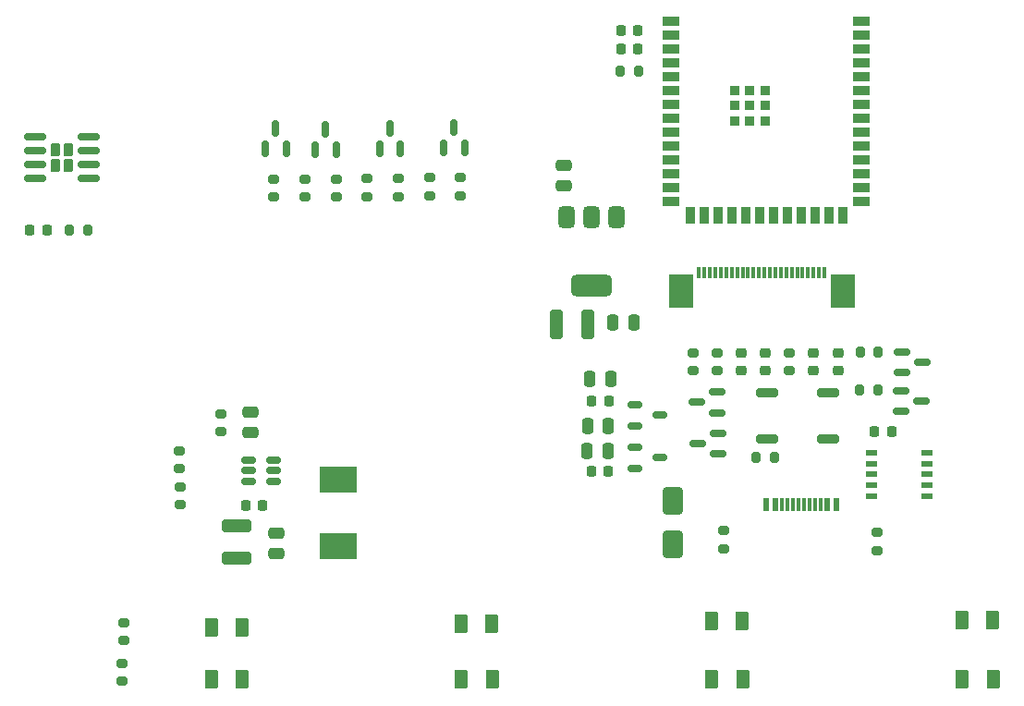
<source format=gbr>
%TF.GenerationSoftware,KiCad,Pcbnew,8.0.3*%
%TF.CreationDate,2025-03-22T09:10:22+07:00*%
%TF.ProjectId,ES32_SmartBox,45533332-5f53-46d6-9172-74426f782e6b,rev?*%
%TF.SameCoordinates,Original*%
%TF.FileFunction,Paste,Top*%
%TF.FilePolarity,Positive*%
%FSLAX46Y46*%
G04 Gerber Fmt 4.6, Leading zero omitted, Abs format (unit mm)*
G04 Created by KiCad (PCBNEW 8.0.3) date 2025-03-22 09:10:22*
%MOMM*%
%LPD*%
G01*
G04 APERTURE LIST*
G04 Aperture macros list*
%AMRoundRect*
0 Rectangle with rounded corners*
0 $1 Rounding radius*
0 $2 $3 $4 $5 $6 $7 $8 $9 X,Y pos of 4 corners*
0 Add a 4 corners polygon primitive as box body*
4,1,4,$2,$3,$4,$5,$6,$7,$8,$9,$2,$3,0*
0 Add four circle primitives for the rounded corners*
1,1,$1+$1,$2,$3*
1,1,$1+$1,$4,$5*
1,1,$1+$1,$6,$7*
1,1,$1+$1,$8,$9*
0 Add four rect primitives between the rounded corners*
20,1,$1+$1,$2,$3,$4,$5,0*
20,1,$1+$1,$4,$5,$6,$7,0*
20,1,$1+$1,$6,$7,$8,$9,0*
20,1,$1+$1,$8,$9,$2,$3,0*%
G04 Aperture macros list end*
%ADD10R,3.500000X2.350000*%
%ADD11R,0.600000X1.240000*%
%ADD12R,0.300000X1.240000*%
%ADD13RoundRect,0.200000X-0.275000X0.200000X-0.275000X-0.200000X0.275000X-0.200000X0.275000X0.200000X0*%
%ADD14RoundRect,0.225000X0.225000X0.250000X-0.225000X0.250000X-0.225000X-0.250000X0.225000X-0.250000X0*%
%ADD15RoundRect,0.225000X-0.225000X-0.250000X0.225000X-0.250000X0.225000X0.250000X-0.225000X0.250000X0*%
%ADD16RoundRect,0.150000X0.587500X0.150000X-0.587500X0.150000X-0.587500X-0.150000X0.587500X-0.150000X0*%
%ADD17RoundRect,0.200000X0.275000X-0.200000X0.275000X0.200000X-0.275000X0.200000X-0.275000X-0.200000X0*%
%ADD18RoundRect,0.225000X-0.250000X0.225000X-0.250000X-0.225000X0.250000X-0.225000X0.250000X0.225000X0*%
%ADD19RoundRect,0.150000X0.150000X-0.587500X0.150000X0.587500X-0.150000X0.587500X-0.150000X-0.587500X0*%
%ADD20RoundRect,0.150000X0.512500X0.150000X-0.512500X0.150000X-0.512500X-0.150000X0.512500X-0.150000X0*%
%ADD21RoundRect,0.250000X-1.100000X0.325000X-1.100000X-0.325000X1.100000X-0.325000X1.100000X0.325000X0*%
%ADD22RoundRect,0.150000X-0.512500X-0.150000X0.512500X-0.150000X0.512500X0.150000X-0.512500X0.150000X0*%
%ADD23RoundRect,0.225000X0.250000X-0.225000X0.250000X0.225000X-0.250000X0.225000X-0.250000X-0.225000X0*%
%ADD24RoundRect,0.250000X0.325000X1.100000X-0.325000X1.100000X-0.325000X-1.100000X0.325000X-1.100000X0*%
%ADD25RoundRect,0.200000X0.200000X0.275000X-0.200000X0.275000X-0.200000X-0.275000X0.200000X-0.275000X0*%
%ADD26RoundRect,0.250000X0.375000X0.625000X-0.375000X0.625000X-0.375000X-0.625000X0.375000X-0.625000X0*%
%ADD27RoundRect,0.150000X-0.587500X-0.150000X0.587500X-0.150000X0.587500X0.150000X-0.587500X0.150000X0*%
%ADD28R,0.300000X1.100000*%
%ADD29R,2.300000X3.100000*%
%ADD30RoundRect,0.250000X-0.250000X-0.475000X0.250000X-0.475000X0.250000X0.475000X-0.250000X0.475000X0*%
%ADD31RoundRect,0.250000X-0.475000X0.250000X-0.475000X-0.250000X0.475000X-0.250000X0.475000X0.250000X0*%
%ADD32RoundRect,0.250000X0.475000X-0.250000X0.475000X0.250000X-0.475000X0.250000X-0.475000X-0.250000X0*%
%ADD33RoundRect,0.200000X-0.800000X0.200000X-0.800000X-0.200000X0.800000X-0.200000X0.800000X0.200000X0*%
%ADD34RoundRect,0.375000X-0.375000X0.625000X-0.375000X-0.625000X0.375000X-0.625000X0.375000X0.625000X0*%
%ADD35RoundRect,0.500000X-1.400000X0.500000X-1.400000X-0.500000X1.400000X-0.500000X1.400000X0.500000X0*%
%ADD36R,0.900000X0.900000*%
%ADD37R,1.500000X0.900000*%
%ADD38R,0.900000X1.500000*%
%ADD39RoundRect,0.250000X0.250000X0.475000X-0.250000X0.475000X-0.250000X-0.475000X0.250000X-0.475000X0*%
%ADD40RoundRect,0.250000X-0.650000X1.000000X-0.650000X-1.000000X0.650000X-1.000000X0.650000X1.000000X0*%
%ADD41RoundRect,0.218750X-0.218750X-0.256250X0.218750X-0.256250X0.218750X0.256250X-0.218750X0.256250X0*%
%ADD42R,1.100000X0.510000*%
%ADD43RoundRect,0.230000X-0.230000X-0.375000X0.230000X-0.375000X0.230000X0.375000X-0.230000X0.375000X0*%
%ADD44RoundRect,0.150000X-0.825000X-0.150000X0.825000X-0.150000X0.825000X0.150000X-0.825000X0.150000X0*%
G04 APERTURE END LIST*
D10*
%TO.C,L1*%
X106410000Y-136665000D03*
X106410000Y-142715000D03*
%TD*%
D11*
%TO.C,J1*%
X145620000Y-138900000D03*
X146420000Y-138900000D03*
D12*
X147570000Y-138900000D03*
X148570000Y-138900000D03*
X149070000Y-138900000D03*
X150070000Y-138900000D03*
D11*
X151220000Y-138900000D03*
X152020000Y-138900000D03*
X152020000Y-138900000D03*
X151220000Y-138900000D03*
D12*
X150570000Y-138900000D03*
X149570000Y-138900000D03*
X148070000Y-138900000D03*
X147070000Y-138900000D03*
D11*
X146420000Y-138900000D03*
X145620000Y-138900000D03*
%TD*%
D13*
%TO.C,R22*%
X155780000Y-141465000D03*
X155780000Y-143115000D03*
%TD*%
D14*
%TO.C,C6*%
X133850000Y-97195000D03*
X132300000Y-97195000D03*
%TD*%
D15*
%TO.C,C19*%
X129627500Y-129417500D03*
X131177500Y-129417500D03*
%TD*%
D16*
%TO.C,Q10*%
X141237500Y-134302500D03*
X141237500Y-132402500D03*
X139362500Y-133352500D03*
%TD*%
D13*
%TO.C,R9*%
X86790000Y-149755000D03*
X86790000Y-151405000D03*
%TD*%
%TO.C,R18*%
X95650000Y-130605000D03*
X95650000Y-132255000D03*
%TD*%
D17*
%TO.C,R16*%
X91880000Y-138950000D03*
X91880000Y-137300000D03*
%TD*%
D18*
%TO.C,C3*%
X152165000Y-125060000D03*
X152165000Y-126610000D03*
%TD*%
D19*
%TO.C,Q3*%
X110200000Y-106360000D03*
X112100000Y-106360000D03*
X111150000Y-104485000D03*
%TD*%
D20*
%TO.C,U8*%
X100460000Y-136765000D03*
X100460000Y-135815000D03*
X100460000Y-134865000D03*
X98185000Y-134865000D03*
X98185000Y-135815000D03*
X98185000Y-136765000D03*
%TD*%
D13*
%TO.C,R14*%
X141131666Y-125010000D03*
X141131666Y-126660000D03*
%TD*%
D21*
%TO.C,C11*%
X97060000Y-140900000D03*
X97060000Y-143850000D03*
%TD*%
D22*
%TO.C,U5*%
X133585000Y-133680000D03*
X133585000Y-135580000D03*
X135860000Y-134630000D03*
%TD*%
D23*
%TO.C,C5*%
X143338332Y-126610000D03*
X143338332Y-125060000D03*
%TD*%
D24*
%TO.C,C13*%
X129295000Y-122370000D03*
X126345000Y-122370000D03*
%TD*%
D16*
%TO.C,Q9*%
X141100000Y-130500000D03*
X141100000Y-128600000D03*
X139225000Y-129550000D03*
%TD*%
D17*
%TO.C,R2*%
X106196666Y-110740000D03*
X106196666Y-109090000D03*
%TD*%
%TO.C,R1*%
X103343333Y-110740000D03*
X103343333Y-109090000D03*
%TD*%
D25*
%TO.C,R13*%
X146325000Y-134620000D03*
X144675000Y-134620000D03*
%TD*%
D15*
%TO.C,C7*%
X97915000Y-139020000D03*
X99465000Y-139020000D03*
%TD*%
D26*
%TO.C,D2*%
X97590000Y-150150000D03*
X94790000Y-150150000D03*
%TD*%
D13*
%TO.C,R21*%
X141670000Y-141295000D03*
X141670000Y-142945000D03*
%TD*%
D27*
%TO.C,Q11*%
X158050000Y-124952500D03*
X158050000Y-126852500D03*
X159925000Y-125902500D03*
%TD*%
D28*
%TO.C,U3*%
X139440000Y-117680000D03*
X139940000Y-117680000D03*
X140440000Y-117680000D03*
X140940000Y-117680000D03*
X141440000Y-117680000D03*
X141940000Y-117680000D03*
X142440000Y-117680000D03*
X142940000Y-117680000D03*
X143440000Y-117680000D03*
X143940000Y-117680000D03*
X144440000Y-117680000D03*
X144940000Y-117680000D03*
X145440000Y-117680000D03*
X145940000Y-117680000D03*
X146440000Y-117680000D03*
X146940000Y-117680000D03*
X147440000Y-117680000D03*
X147940000Y-117680000D03*
X148440000Y-117680000D03*
X148940000Y-117680000D03*
X149440000Y-117680000D03*
X149940000Y-117680000D03*
X150440000Y-117680000D03*
X150940000Y-117680000D03*
D29*
X137770000Y-119380000D03*
X152610000Y-119380000D03*
%TD*%
D30*
%TO.C,C15*%
X129452500Y-127430000D03*
X131352500Y-127430000D03*
%TD*%
D25*
%TO.C,R19*%
X155810000Y-128440000D03*
X154160000Y-128440000D03*
%TD*%
D19*
%TO.C,Q4*%
X99720000Y-106337500D03*
X101620000Y-106337500D03*
X100670000Y-104462500D03*
%TD*%
D25*
%TO.C,R10*%
X83412500Y-113780000D03*
X81762500Y-113780000D03*
%TD*%
D31*
%TO.C,C10*%
X100690000Y-141545000D03*
X100690000Y-143445000D03*
%TD*%
D32*
%TO.C,C8*%
X98330000Y-132320000D03*
X98330000Y-130420000D03*
%TD*%
D33*
%TO.C,SW1*%
X151300000Y-128700000D03*
X151300000Y-132900000D03*
%TD*%
D26*
%TO.C,Q6*%
X120500000Y-154960000D03*
X117700000Y-154960000D03*
%TD*%
D30*
%TO.C,C18*%
X129232500Y-131717500D03*
X131132500Y-131717500D03*
%TD*%
D15*
%TO.C,C17*%
X129577500Y-135887500D03*
X131127500Y-135887500D03*
%TD*%
D19*
%TO.C,Q1*%
X104290000Y-106380000D03*
X106190000Y-106380000D03*
X105240000Y-104505000D03*
%TD*%
D13*
%TO.C,R8*%
X86570000Y-153465000D03*
X86570000Y-155115000D03*
%TD*%
D23*
%TO.C,C1*%
X149958330Y-126610000D03*
X149958330Y-125060000D03*
%TD*%
D17*
%TO.C,R7*%
X100490000Y-110765000D03*
X100490000Y-109115000D03*
%TD*%
D34*
%TO.C,U4*%
X131870000Y-112590000D03*
X129570000Y-112590000D03*
D35*
X129570000Y-118890000D03*
D34*
X127270000Y-112590000D03*
%TD*%
D36*
%TO.C,U1*%
X142700000Y-100950000D03*
X142700000Y-102350000D03*
X142700000Y-103750000D03*
X144100000Y-100950000D03*
X144100000Y-102350000D03*
X144100000Y-103750000D03*
X145500000Y-100950000D03*
X145500000Y-102350000D03*
X145500000Y-103750000D03*
D37*
X136850000Y-94630000D03*
X136850000Y-95900000D03*
X136850000Y-97170000D03*
X136850000Y-98440000D03*
X136850000Y-99710000D03*
X136850000Y-100980000D03*
X136850000Y-102250000D03*
X136850000Y-103520000D03*
X136850000Y-104790000D03*
X136850000Y-106060000D03*
X136850000Y-107330000D03*
X136850000Y-108600000D03*
X136850000Y-109870000D03*
X136850000Y-111140000D03*
D38*
X138615000Y-112390000D03*
X139885000Y-112390000D03*
X141155000Y-112390000D03*
X142425000Y-112390000D03*
X143695000Y-112390000D03*
X144965000Y-112390000D03*
X146235000Y-112390000D03*
X147505000Y-112390000D03*
X148775000Y-112390000D03*
X150045000Y-112390000D03*
X151315000Y-112390000D03*
X152585000Y-112390000D03*
D37*
X154350000Y-111140000D03*
X154350000Y-109870000D03*
X154350000Y-108600000D03*
X154350000Y-107330000D03*
X154350000Y-106060000D03*
X154350000Y-104790000D03*
X154350000Y-103520000D03*
X154350000Y-102250000D03*
X154350000Y-100980000D03*
X154350000Y-99710000D03*
X154350000Y-98440000D03*
X154350000Y-97170000D03*
X154350000Y-95900000D03*
X154350000Y-94630000D03*
%TD*%
D39*
%TO.C,C14*%
X133480000Y-122220000D03*
X131580000Y-122220000D03*
%TD*%
D26*
%TO.C,D3*%
X120430000Y-149830000D03*
X117630000Y-149830000D03*
%TD*%
D17*
%TO.C,R12*%
X138930000Y-126675000D03*
X138930000Y-125025000D03*
%TD*%
D26*
%TO.C,D6*%
X166316667Y-149540000D03*
X163516667Y-149540000D03*
%TD*%
%TO.C,Q7*%
X143443333Y-154960000D03*
X140643333Y-154960000D03*
%TD*%
D40*
%TO.C,D7*%
X137060000Y-138550000D03*
X137060000Y-142550000D03*
%TD*%
D33*
%TO.C,SW2*%
X145650000Y-128700000D03*
X145650000Y-132900000D03*
%TD*%
D25*
%TO.C,R15*%
X133900000Y-99180000D03*
X132250000Y-99180000D03*
%TD*%
D26*
%TO.C,Q8*%
X166386667Y-154960000D03*
X163586667Y-154960000D03*
%TD*%
D17*
%TO.C,R4*%
X117610000Y-110605000D03*
X117610000Y-108955000D03*
%TD*%
D14*
%TO.C,C9*%
X157090000Y-132260000D03*
X155540000Y-132260000D03*
%TD*%
D26*
%TO.C,Q5*%
X97630000Y-154960000D03*
X94830000Y-154960000D03*
%TD*%
D22*
%TO.C,U6*%
X133605000Y-129797500D03*
X133605000Y-131697500D03*
X135880000Y-130747500D03*
%TD*%
D26*
%TO.C,D5*%
X143373333Y-149580000D03*
X140573333Y-149580000D03*
%TD*%
D17*
%TO.C,R17*%
X91870000Y-135635000D03*
X91870000Y-133985000D03*
%TD*%
D25*
%TO.C,R20*%
X155880000Y-124960000D03*
X154230000Y-124960000D03*
%TD*%
D41*
%TO.C,D4*%
X78125000Y-113740000D03*
X79700000Y-113740000D03*
%TD*%
D30*
%TO.C,C16*%
X129202500Y-133987500D03*
X131102500Y-133987500D03*
%TD*%
D19*
%TO.C,Q2*%
X116065000Y-106245000D03*
X117965000Y-106245000D03*
X117015000Y-104370000D03*
%TD*%
D13*
%TO.C,R11*%
X147751664Y-125010000D03*
X147751664Y-126660000D03*
%TD*%
D27*
%TO.C,Q12*%
X157950000Y-128500000D03*
X157950000Y-130400000D03*
X159825000Y-129450000D03*
%TD*%
D17*
%TO.C,R5*%
X109049999Y-110720000D03*
X109049999Y-109070000D03*
%TD*%
%TO.C,R3*%
X114756665Y-110605000D03*
X114756665Y-108955000D03*
%TD*%
D31*
%TO.C,C12*%
X127080000Y-107830000D03*
X127080000Y-109730000D03*
%TD*%
D42*
%TO.C,U7*%
X155240000Y-134160000D03*
X155240000Y-135160000D03*
X155240000Y-136160000D03*
X155240000Y-137160000D03*
X155240000Y-138160000D03*
X160340000Y-138160000D03*
X160340000Y-137160000D03*
X160340000Y-136160000D03*
X160340000Y-135160000D03*
X160340000Y-134160000D03*
%TD*%
D17*
%TO.C,R6*%
X111903332Y-110720000D03*
X111903332Y-109070000D03*
%TD*%
D18*
%TO.C,C4*%
X145544998Y-125060000D03*
X145544998Y-126610000D03*
%TD*%
D43*
%TO.C,U2*%
X80525000Y-106385000D03*
X80525000Y-107885000D03*
X81665000Y-106385000D03*
X81665000Y-107885000D03*
D44*
X78620000Y-105230000D03*
X78620000Y-106500000D03*
X78620000Y-107770000D03*
X78620000Y-109040000D03*
X83570000Y-109040000D03*
X83570000Y-107770000D03*
X83570000Y-106500000D03*
X83570000Y-105230000D03*
%TD*%
D14*
%TO.C,C2*%
X133845000Y-95460000D03*
X132295000Y-95460000D03*
%TD*%
M02*

</source>
